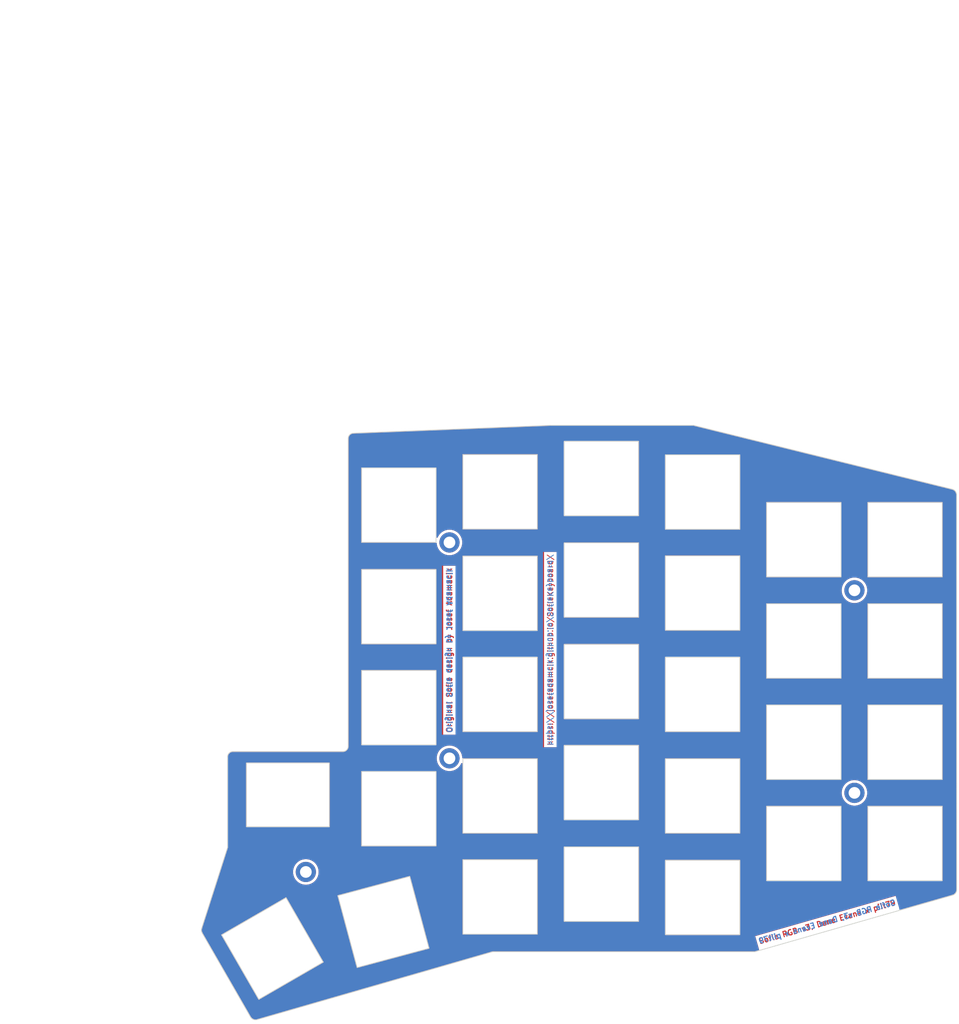
<source format=kicad_pcb>
(kicad_pcb (version 20221018) (generator pcbnew)
  (layers (0 "F.Cu" signal) (31 "B.Cu" signal) (34 "B.Paste" user) (35 "F.Paste" user) (36 "B.SilkS" user "B.Silkscreen") (37 "F.SilkS" user "F.Silkscreen") (38 "B.Mask" user) (39 "F.Mask" user) (44 "Edge.Cuts" user))
  (net 0 "")
  (footprint "MountingHole:MountingHole_2.2mm_M2_DIN965_Pad" (layer "F.Cu") (at 130.025 57.025)
    (fp_text reference "TH3" hide)
    (fp_text value "HOLE" hide)
    (pad "1" thru_hole circle (at 0 0) (size 3.8 3.8) (drill 2.2) (layers "*.Cu" "*.Mask"))
  )
  (footprint "MountingHole:MountingHole_2.2mm_M2_DIN965_Pad" (layer "F.Cu") (at 206.225 66.025)
    (fp_text reference "TH4" hide)
    (fp_text value "HOLE" hide)
    (pad "1" thru_hole circle (at 0 0) (size 3.8 3.8) (drill 2.2) (layers "*.Cu" "*.Mask"))
  )
  (footprint "MountingHole:MountingHole_2.2mm_M2_DIN965_Pad" (layer "F.Cu") (at 130.025 97.625)
    (fp_text reference "TH5" hide)
    (fp_text value "HOLE" hide)
    (pad "1" thru_hole circle (at 0 0) (size 3.8 3.8) (drill 2.2) (layers "*.Cu" "*.Mask"))
  )
  (footprint "MountingHole:MountingHole_2.2mm_M2_DIN965_Pad" (layer "F.Cu") (at 206.225 104.125)
    (fp_text reference "TH6" hide)
    (fp_text value "HOLE" hide)
    (pad "1" thru_hole circle (at 0 0) (size 3.8 3.8) (drill 2.2) (layers "*.Cu" "*.Mask"))
  )
  (footprint "MountingHole:MountingHole_2.2mm_M2_DIN965_Pad" (layer "F.Cu") (at 103 119)
    (fp_text reference "TH7" hide)
    (fp_text value "HOLE" hide)
    (pad "1" thru_hole circle (at 0 0) (size 3.8 3.8) (drill 2.2) (layers "*.Cu" "*.Mask"))
  )
  (footprint "dane:gecko-logo" (layer "F.Cu") (at 191.05 126.55)
    (fp_text reference "G***" hide)
    (fp_text value "LOGO" hide)
  )
  (footprint "dane:gecko-logo" (layer "F.Cu") (at 93.5 115.855)
    (fp_text reference "G***" hide)
    (fp_text value "LOGO" hide)
  )
  (footprint "dane:gecko-logo" (layer "B.Cu") (at 191.8 126.55 180)
    (fp_text reference "G***" hide)
    (fp_text value "LOGO" hide)
  )
  (footprint "dane:gecko-logo" (layer "B.Cu") (at 94.5 115.855 180)
    (fp_text reference "G***" hide)
    (fp_text value "LOGO" hide)
  )
  (gr_line (start 175.95 35) (end 224.606867 47.013974) (stroke (width 0.15)) (layer "Edge.Cuts"))
  (gr_line (start 225.443181 48.081902) (end 225.470181 122.31) (stroke (width 0.15)) (layer "Edge.Cuts"))
  (gr_line (start 138.154128 134) (end 187.5 134) (stroke (width 0.15)) (layer "Edge.Cuts"))
  (gr_line (start 224.676377 123.366472) (end 187.5 134) (stroke (width 0.15)) (layer "Edge.Cuts"))
  (gr_line (start 88.275257 114.4) (end 88.275 97.355) (stroke (width 0.15)) (layer "Edge.Cuts"))
  (gr_line (start 149 35) (end 175.95 35) (stroke (width 0.15)) (layer "Edge.Cuts"))
  (gr_line (start 138.154128 134) (end 93.846154 146.766568) (stroke (width 0.15)) (layer "Edge.Cuts"))
  (gr_line (start 189.7 68.55) (end 203.7 68.55) (stroke (width 0.15)) (layer "Edge.Cuts"))
  (gr_line (start 184.65 40.54) (end 184.65 54.54) (stroke (width 0.15)) (layer "Edge.Cuts"))
  (gr_line (start 106.272178 135.962178) (end 94.147822 142.962178) (stroke (width 0.15)) (layer "Edge.Cuts"))
  (gr_line (start 189.7 101.6) (end 189.7 87.6) (stroke (width 0.15)) (layer "Edge.Cuts"))
  (gr_line (start 165.6 71.09) (end 151.6 71.09) (stroke (width 0.15)) (layer "Edge.Cuts"))
  (gr_line (start 113.5 62.1) (end 127.5 62.1) (stroke (width 0.15)) (layer "Edge.Cuts"))
  (gr_line (start 132.55 40.5) (end 146.55 40.5) (stroke (width 0.15)) (layer "Edge.Cuts"))
  (gr_line (start 110.97 95.355) (end 110.97 37.477) (stroke (width 0.15)) (layer "Edge.Cuts"))
  (gr_line (start 170.65 40.54) (end 184.65 40.54) (stroke (width 0.15)) (layer "Edge.Cuts"))
  (gr_line (start 170.65 73.54) (end 170.65 59.54) (stroke (width 0.15)) (layer "Edge.Cuts"))
  (gr_line (start 127.5 57) (end 113.5 57) (stroke (width 0.15)) (layer "Edge.Cuts"))
  (gr_line (start 132.55 116.7) (end 146.55 116.7) (stroke (width 0.15)) (layer "Edge.Cuts"))
  (gr_line (start 151.6 57.09) (end 165.6 57.09) (stroke (width 0.15)) (layer "Edge.Cuts"))
  (gr_line (start 127.5 95.1) (end 113.5 95.1) (stroke (width 0.15)) (layer "Edge.Cuts"))
  (gr_line (start 113.5 100.1) (end 127.5 100.1) (stroke (width 0.15)) (layer "Edge.Cuts"))
  (gr_line (start 107.425 110.5) (end 107.425 98.5) (stroke (width 0.15)) (layer "Edge.Cuts"))
  (gr_line (start 165.6 52) (end 151.6 52) (stroke (width 0.15)) (layer "Edge.Cuts"))
  (gr_line (start 146.55 97.7) (end 146.55 111.7) (stroke (width 0.15)) (layer "Edge.Cuts"))
  (gr_line (start 94.147822 142.962178) (end 87.147822 130.837822) (stroke (width 0.15)) (layer "Edge.Cuts"))
  (gr_line (start 203.7 106.65) (end 203.7 120.65) (stroke (width 0.15)) (layer "Edge.Cuts"))
  (gr_line (start 208.75 49.5) (end 222.75 49.5) (stroke (width 0.15)) (layer "Edge.Cuts"))
  (gr_line (start 146.55 59.6) (end 146.55 73.6) (stroke (width 0.15)) (layer "Edge.Cuts"))
  (gr_line (start 170.65 111.7) (end 170.65 97.7) (stroke (width 0.15)) (layer "Edge.Cuts"))
  (gr_line (start 127.5 43) (end 127.5 57) (stroke (width 0.15)) (layer "Edge.Cuts"))
  (gr_line (start 222.75 106.65) (end 222.75 120.65) (stroke (width 0.15)) (layer "Edge.Cuts"))
  (gr_line (start 222.75 68.55) (end 222.75 82.55) (stroke (width 0.15)) (layer "Edge.Cuts"))
  (gr_line (start 113.5 81.1) (end 127.5 81.1) (stroke (width 0.15)) (layer "Edge.Cuts"))
  (gr_line (start 92.588555 146.25984) (end 83.4954 130.473612) (stroke (width 0.15)) (layer "Edge.Cuts"))
  (gr_line (start 222.75 87.6) (end 222.75 101.6) (stroke (width 0.15)) (layer "Edge.Cuts"))
  (gr_line (start 184.65 73.54) (end 170.65 73.54) (stroke (width 0.15)) (layer "Edge.Cuts"))
  (gr_line (start 165.6 57.09) (end 165.6 71.09) (stroke (width 0.15)) (layer "Edge.Cuts"))
  (gr_line (start 146.55 92.6) (end 132.55 92.6) (stroke (width 0.15)) (layer "Edge.Cuts"))
  (gr_line (start 127.5 62.1) (end 127.5 76.1) (stroke (width 0.15)) (layer "Edge.Cuts"))
  (gr_line (start 109.026786 123.450253) (end 122.549747 119.826786) (stroke (width 0.15)) (layer "Edge.Cuts"))
  (gr_line (start 165.6 38) (end 165.6 52) (stroke (width 0.15)) (layer "Edge.Cuts"))
  (gr_line (start 222.75 49.5) (end 222.75 63.5) (stroke (width 0.15)) (layer "Edge.Cuts"))
  (gr_line (start 113.5 43) (end 127.5 43) (stroke (width 0.15)) (layer "Edge.Cuts"))
  (gr_line (start 184.65 111.7) (end 170.65 111.7) (stroke (width 0.15)) (layer "Edge.Cuts"))
  (gr_line (start 113.5 114.1) (end 113.5 100.1) (stroke (width 0.15)) (layer "Edge.Cuts"))
  (gr_line (start 222.75 63.5) (end 208.75 63.5) (stroke (width 0.15)) (layer "Edge.Cuts"))
  (gr_line (start 208.75 106.65) (end 222.75 106.65) (stroke (width 0.15)) (layer "Edge.Cuts"))
  (gr_line (start 151.6 109.19) (end 151.6 95.19) (stroke (width 0.15)) (layer "Edge.Cuts"))
  (gr_line (start 189.7 120.65) (end 189.7 106.65) (stroke (width 0.15)) (layer "Edge.Cuts"))
  (gr_line (start 127.5 114.1) (end 113.5 114.1) (stroke (width 0.15)) (layer "Edge.Cuts"))
  (gr_arc (start 225.470181 122.31) (mid 225.249512 122.970652) (end 224.676377 123.366472) (stroke (width 0.15)) (layer "Edge.Cuts"))
  (gr_line (start 83.398296 129.61886) (end 88.275257 114.4) (stroke (width 0.15)) (layer "Edge.Cuts"))
  (gr_line (start 99.272178 123.837822) (end 106.272178 135.962178) (stroke (width 0.15)) (layer "Edge.Cuts"))
  (gr_line (start 89.275 96.355) (end 109.97 96.355) (stroke (width 0.15)) (layer "Edge.Cuts"))
  (gr_line (start 165.6 128.29) (end 151.6 128.29) (stroke (width 0.15)) (layer "Edge.Cuts"))
  (gr_line (start 132.55 97.7) (end 146.55 97.7) (stroke (width 0.15)) (layer "Edge.Cuts"))
  (gr_line (start 91.825 98.5) (end 91.825 110.5) (stroke (width 0.15)) (layer "Edge.Cuts"))
  (gr_line (start 151.6 52) (end 151.6 38) (stroke (width 0.15)) (layer "Edge.Cuts"))
  (gr_line (start 184.65 59.54) (end 184.65 73.54) (stroke (width 0.15)) (layer "Edge.Cuts"))
  (gr_line (start 91.825 110.5) (end 107.425 110.5) (stroke (width 0.15)) (layer "Edge.Cuts"))
  (gr_line (start 151.6 71.09) (end 151.6 57.09) (stroke (width 0.15)) (layer "Edge.Cuts"))
  (gr_line (start 146.55 54.5) (end 132.55 54.5) (stroke (width 0.15)) (layer "Edge.Cuts"))
  (gr_line (start 189.7 87.6) (end 203.7 87.6) (stroke (width 0.15)) (layer "Edge.Cuts"))
  (gr_arc (start 88.275 97.355) (mid 88.567893 96.647893) (end 89.275 96.355) (stroke (width 0.15)) (layer "Edge.Cuts"))
  (gr_arc (start 224.606867 47.013974) (mid 225.209222 47.403689) (end 225.443181 48.081902) (stroke (width 0.15)) (layer "Edge.Cuts"))
  (gr_line (start 151.6 76.19) (end 165.6 76.19) (stroke (width 0.15)) (layer "Edge.Cuts"))
  (gr_line (start 113.5 76.1) (end 113.5 62.1) (stroke (width 0.15)) (layer "Edge.Cuts"))
  (gr_line (start 151.6 90.19) (end 151.6 76.19) (stroke (width 0.15)) (layer "Edge.Cuts"))
  (gr_line (start 146.55 111.7) (end 132.55 111.7) (stroke (width 0.15)) (layer "Edge.Cuts"))
  (gr_line (start 203.7 82.55) (end 189.7 82.55) (stroke (width 0.15)) (layer "Edge.Cuts"))
  (gr_line (start 208.75 101.6) (end 208.75 87.6) (stroke (width 0.15)) (layer "Edge.Cuts"))
  (gr_line (start 112.650253 136.973214) (end 109.026786 123.450253) (stroke (width 0.15)) (layer "Edge.Cuts"))
  (gr_line (start 208.75 63.5) (end 208.75 49.5) (stroke (width 0.15)) (layer "Edge.Cuts"))
  (gr_line (start 146.55 130.7) (end 132.55 130.7) (stroke (width 0.15)) (layer "Edge.Cuts"))
  (gr_line (start 170.65 54.54) (end 170.65 40.54) (stroke (width 0.15)) (layer "Edge.Cuts"))
  (gr_line (start 208.75 68.55) (end 222.75 68.55) (stroke (width 0.15)) (layer "Edge.Cuts"))
  (gr_line (start 165.6 95.19) (end 165.6 109.19) (stroke (width 0.15)) (layer "Edge.Cuts"))
  (gr_line (start 132.55 59.6) (end 146.55 59.6) (stroke (width 0.15)) (layer "Edge.Cuts"))
  (gr_line (start 146.55 40.5) (end 146.55 54.5) (stroke (width 0.15)) (layer "Edge.Cuts"))
  (gr_line (start 146.55 73.6) (end 132.55 73.6) (stroke (width 0.15)) (layer "Edge.Cuts"))
  (gr_line (start 132.55 54.5) (end 132.55 40.5) (stroke (width 0.15)) (layer "Edge.Cuts"))
  (gr_line (start 203.7 63.5) (end 189.7 63.5) (stroke (width 0.15)) (layer "Edge.Cuts"))
  (gr_line (start 170.65 97.7) (end 184.65 97.7) (stroke (width 0.15)) (layer "Edge.Cuts"))
  (gr_line (start 132.55 78.6) (end 146.55 78.6) (stroke (width 0.15)) (layer "Edge.Cuts"))
  (gr_line (start 170.65 78.6) (end 184.65 78.6) (stroke (width 0.15)) (layer "Edge.Cuts"))
  (gr_line (start 127.5 76.1) (end 113.5 76.1) (stroke (width 0.15)) (layer "Edge.Cuts"))
  (gr_line (start 203.7 120.65) (end 189.7 120.65) (stroke (width 0.15)) (layer "Edge.Cuts"))
  (gr_line (start 151.6 38) (end 165.6 38) (stroke (width 0.15)) (layer "Edge.Cuts"))
  (gr_line (start 189.7 106.65) (end 203.7 106.65) (stroke (width 0.15)) (layer "Edge.Cuts"))
  (gr_line (start 208.75 87.6) (end 222.75 87.6) (stroke (width 0.15)) (layer "Edge.Cuts"))
  (gr_line (start 113.5 95.1) (end 113.5 81.1) (stroke (width 0.15)) (layer "Edge.Cuts"))
  (gr_line (start 222.75 101.6) (end 208.75 101.6) (stroke (width 0.15)) (layer "Edge.Cuts"))
  (gr_line (start 184.65 78.6) (end 184.65 92.6) (stroke (width 0.15)) (layer "Edge.Cuts"))
  (gr_line (start 127.5 100.1) (end 127.5 114.1) (stroke (width 0.15)) (layer "Edge.Cuts"))
  (gr_line (start 170.65 92.6) (end 170.65 78.6) (stroke (width 0.15)) (layer "Edge.Cuts"))
  (gr_line (start 165.6 90.19) (end 151.6 90.19) (stroke (width 0.15)) (layer "Edge.Cuts"))
  (gr_line (start 113.5 57) (end 113.5 43) (stroke (width 0.15)) (layer "Edge.Cuts"))
  (gr_line (start 189.7 63.5) (end 189.7 49.5) (stroke (width 0.15)) (layer "Edge.Cuts"))
  (gr_line (start 132.55 92.6) (end 132.55 78.6) (stroke (width 0.15)) (layer "Edge.Cuts"))
  (gr_line (start 122.549747 119.826786) (end 126.173214 133.349747) (stroke (width 0.15)) (layer "Edge.Cuts"))
  (gr_line (start 170.65 130.8) (end 170.65 116.8) (stroke (width 0.15)) (layer "Edge.Cuts"))
  (gr_line (start 146.55 78.6) (end 146.55 92.6) (stroke (width 0.15)) (layer "Edge.Cuts"))
  (gr_line (start 132.55 73.6) (end 132.55 59.6) (stroke (width 0.15)) (layer "Edge.Cuts"))
  (gr_line (start 151.6 95.19) (end 165.6 95.19) (stroke (width 0.15)) (layer "Edge.Cuts"))
  (gr_line (start 149 35) (end 111.929674 36.477813) (stroke (width 0.15)) (layer "Edge.Cuts"))
  (gr_line (start 151.6 114.29) (end 165.6 114.29) (stroke (width 0.15)) (layer "Edge.Cuts"))
  (gr_arc (start 93.846154 146.766568) (mid 93.129991 146.730024) (end 92.588555 146.25984) (stroke (width 0.15)) (layer "Edge.Cuts"))
  (gr_line (start 189.7 49.5) (end 203.7 49.5) (stroke (width 0.15)) (layer "Edge.Cuts"))
  (gr_line (start 165.6 109.19) (end 151.6 109.19) (stroke (width 0.15)) (layer "Edge.Cuts"))
  (gr_line (start 203.7 101.6) (end 189.7 101.6) (stroke (width 0.15)) (layer "Edge.Cuts"))
  (gr_line (start 165.6 76.19) (end 165.6 90.19) (stroke (width 0.15)) (layer "Edge.Cuts"))
  (gr_line (start 203.7 68.55) (end 203.7 82.55) (stroke (width 0.15)) (layer "Edge.Cuts"))
  (gr_line (start 146.55 116.7) (end 146.55 130.7) (stroke (width 0.15)) (layer "Edge.Cuts"))
  (gr_line (start 132.55 130.7) (end 132.55 116.7) (stroke (width 0.15)) (layer "Edge.Cuts"))
  (gr_line (start 132.55 111.7) (end 132.55 97.7) (stroke (width 0.15)) (layer "Edge.Cuts"))
  (gr_line (start 222.75 120.65) (end 208.75 120.65) (stroke (width 0.15)) (layer "Edge.Cuts"))
  (gr_line (start 184.65 92.6) (end 170.65 92.6) (stroke (width 0.15)) (layer "Edge.Cuts"))
  (gr_line (start 184.65 116.8) (end 184.65 130.8) (stroke (width 0.15)) (layer "Edge.Cuts"))
  (gr_line (start 184.65 97.7) (end 184.65 111.7) (stroke (width 0.15)) (layer "Edge.Cuts"))
  (gr_arc (start 83.495401 130.473612) (mid 83.361256 130.05596) (end 83.398296 129.61886) (stroke (width 0.15)) (layer "Edge.Cuts"))
  (gr_line (start 222.75 82.55) (end 208.75 82.55) (stroke (width 0.15)) (layer "Edge.Cuts"))
  (gr_line (start 87.147822 130.837822) (end 99.272178 123.837822) (stroke (width 0.15)) (layer "Edge.Cuts"))
  (gr_line (start 203.7 49.5) (end 203.7 63.5) (stroke (width 0.15)) (layer "Edge.Cuts"))
  (gr_line (start 165.6 114.29) (end 165.6 128.29) (stroke (width 0.15)) (layer "Edge.Cuts"))
  (gr_line (start 208.75 82.55) (end 208.75 68.55) (stroke (width 0.15)) (layer "Edge.Cuts"))
  (gr_line (start 126.173214 133.349747) (end 112.650253 136.973214) (stroke (width 0.15)) (layer "Edge.Cuts"))
  (gr_line (start 151.6 128.29) (end 151.6 114.29) (stroke (width 0.15)) (layer "Edge.Cuts"))
  (gr_arc (start 110.97 37.477) (mid 111.248777 36.784297) (end 111.929674 36.477813) (stroke (width 0.15)) (layer "Edge.Cuts"))
  (gr_line (start 208.75 120.65) (end 208.75 106.65) (stroke (width 0.15)) (layer "Edge.Cuts"))
  (gr_arc (start 110.97 95.355) (mid 110.677107 96.062107) (end 109.97 96.355) (stroke (width 0.15)) (layer "Edge.Cuts"))
  (gr_line (start 203.7 87.6) (end 203.7 101.6) (stroke (width 0.15)) (layer "Edge.Cuts"))
  (gr_line (start 184.65 130.8) (end 170.65 130.8) (stroke (width 0.15)) (layer "Edge.Cuts"))
  (gr_line (start 107.425 98.5) (end 91.825 98.5) (stroke (width 0.15)) (layer "Edge.Cuts"))
  (gr_line (start 127.5 81.1) (end 127.5 95.1) (stroke (width 0.15)) (layer "Edge.Cuts"))
  (gr_line (start 184.65 54.54) (end 170.65 54.54) (stroke (width 0.15)) (layer "Edge.Cuts"))
  (gr_line (start 189.7 82.55) (end 189.7 68.55) (stroke (width 0.15)) (layer "Edge.Cuts"))
  (gr_line (start 170.65 116.8) (end 184.65 116.8) (stroke (width 0.15)) (layer "Edge.Cuts"))
  (gr_line (start 170.65 59.54) (end 184.65 59.54) (stroke (width 0.15)) (layer "Edge.Cuts"))
  (gr_text "Original Sofle design by Josef Adamacik" (at 130 77.3 90) (layer "F.Cu") (effects (font (size 1 1) (thickness 0.2))))
  (gr_text "https://josefadamcik.github.io/SofleKeyboard/" (at 149 77.25 90) (layer "F.Cu") (effects (font (size 1 1))))
  (gr_text "Sofle RGB v3, Dane Evans x piit79" (at 201.1 128.4 16) (layer "F.Cu") (effects (font (size 1 1) (thickness 0.2))))
  (gr_text "Sofle RGB v3, Dane Evans x piit79" (at 201.07 128.37 16) (layer "B.Cu") (effects (font (size 1 1) (thickness 0.2)) (justify mirror)))
  (gr_text "https://josefadamcik.github.io/SofleKeyboard/" (at 149 77.25 270) (layer "B.Cu") (effects (font (size 1 1)) (justify mirror)))
  (gr_text "Original Sofle design by Josef Adamacik" (at 130 77.295 270) (layer "B.Cu") (effects (font (size 1 1) (thickness 0.2)) (justify mirror)))
  (zone (net 0) (net_name "") (layers "F&B.Cu") (connect_pads (clearance 0.508)) (min_thickness 0.254) (fill yes (thermal_gap 0.508) (thermal_bridge_width 0.508) (smoothing chamfer))
    (polygon (pts (xy 82.99 130.02) (xy 92.9 147.65) (xy 138 134.95) (xy 157.25 135.05) (xy 187.45 134.85) (xy 225.9 123.73) (xy 225.91 46.61) (xy 175.96 33.95) (xy 88.13 36.36) (xy 87.8 115)))
  )
)
</source>
